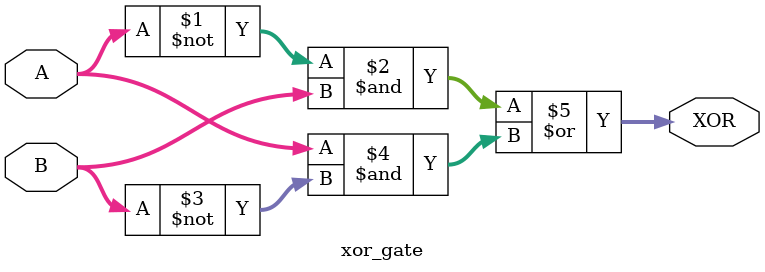
<source format=v>
module xor_gate(input [15:0] A,input [15:0] B, output [15:0] XOR);
    assign XOR=(~(A)&B)|(A&~(B));
endmodule
</source>
